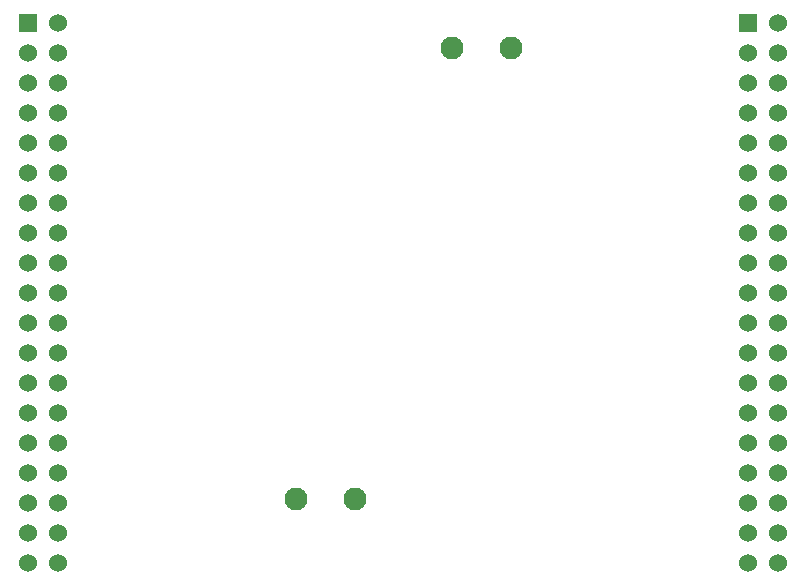
<source format=gbs>
%TF.GenerationSoftware,KiCad,Pcbnew,7.0.2*%
%TF.CreationDate,2023-06-10T17:52:00+02:00*%
%TF.ProjectId,USBCPD_PCB,55534243-5044-45f5-9043-422e6b696361,rev?*%
%TF.SameCoordinates,Original*%
%TF.FileFunction,Soldermask,Bot*%
%TF.FilePolarity,Negative*%
%FSLAX46Y46*%
G04 Gerber Fmt 4.6, Leading zero omitted, Abs format (unit mm)*
G04 Created by KiCad (PCBNEW 7.0.2) date 2023-06-10 17:52:00*
%MOMM*%
%LPD*%
G01*
G04 APERTURE LIST*
%ADD10C,1.950000*%
%ADD11R,1.530000X1.530000*%
%ADD12C,1.530000*%
G04 APERTURE END LIST*
D10*
%TO.C,J2*%
X145074000Y-80818000D03*
X150074000Y-80818000D03*
%TD*%
%TO.C,J1*%
X136866000Y-119080000D03*
X131866000Y-119080000D03*
%TD*%
D11*
%TO.C,U1*%
X109220000Y-78740000D03*
D12*
X111760000Y-78740000D03*
X109220000Y-81280000D03*
X111760000Y-81280000D03*
X109220000Y-83820000D03*
X111760000Y-83820000D03*
X109220000Y-86360000D03*
X111760000Y-86360000D03*
X109220000Y-88900000D03*
X111760000Y-88900000D03*
X109220000Y-91440000D03*
X111760000Y-91440000D03*
X109220000Y-93980000D03*
X111760000Y-93980000D03*
X109220000Y-96520000D03*
X111760000Y-96520000D03*
X109220000Y-99060000D03*
X111760000Y-99060000D03*
X109220000Y-101600000D03*
X111760000Y-101600000D03*
X109220000Y-104140000D03*
X111760000Y-104140000D03*
X109220000Y-106680000D03*
X111760000Y-106680000D03*
X109220000Y-109220000D03*
X111760000Y-109220000D03*
X109220000Y-111760000D03*
X111760000Y-111760000D03*
X109220000Y-114300000D03*
X111760000Y-114300000D03*
X109220000Y-116840000D03*
X111760000Y-116840000D03*
X109220000Y-119380000D03*
X111760000Y-119380000D03*
X109220000Y-121920000D03*
X111760000Y-121920000D03*
X109220000Y-124460000D03*
X111760000Y-124460000D03*
D11*
X170180000Y-78740000D03*
D12*
X172720000Y-78740000D03*
X170180000Y-81280000D03*
X172720000Y-81280000D03*
X170180000Y-83820000D03*
X172720000Y-83820000D03*
X170180000Y-86360000D03*
X172720000Y-86360000D03*
X170180000Y-88900000D03*
X172720000Y-88900000D03*
X170180000Y-91440000D03*
X172720000Y-91440000D03*
X170180000Y-93980000D03*
X172720000Y-93980000D03*
X170180000Y-96520000D03*
X172720000Y-96520000D03*
X170180000Y-99060000D03*
X172720000Y-99060000D03*
X170180000Y-101600000D03*
X172720000Y-101600000D03*
X170180000Y-104140000D03*
X172720000Y-104140000D03*
X170180000Y-106680000D03*
X172720000Y-106680000D03*
X170180000Y-109220000D03*
X172720000Y-109220000D03*
X170180000Y-111760000D03*
X172720000Y-111760000D03*
X170180000Y-114300000D03*
X172720000Y-114300000D03*
X170180000Y-116840000D03*
X172720000Y-116840000D03*
X170180000Y-119380000D03*
X172720000Y-119380000D03*
X170180000Y-121920000D03*
X172720000Y-121920000D03*
X170180000Y-124460000D03*
X172720000Y-124460000D03*
%TD*%
M02*

</source>
